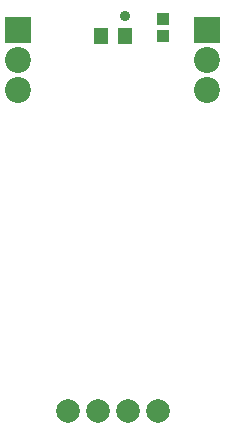
<source format=gbr>
%TF.GenerationSoftware,Altium Limited,Altium Designer,18.1.7 (191)*%
G04 Layer_Color=8388736*
%FSLAX42Y42*%
%MOMM*%
%TF.FileFunction,Soldermask,Top*%
%TF.Part,Single*%
G01*
G75*
%TA.AperFunction,SMDPad,CuDef*%
%ADD23R,1.20X1.45*%
%TA.AperFunction,ComponentPad*%
%ADD24C,2.00*%
%ADD25C,2.20*%
%ADD26R,2.20X2.20*%
%TA.AperFunction,ViaPad*%
%ADD27C,0.90*%
%TA.AperFunction,SMDPad,CuDef*%
%ADD28R,1.05X1.05*%
D23*
X-100Y4600D02*
D03*
X100D02*
D03*
D24*
X127Y1430D02*
D03*
X-127D02*
D03*
X-381D02*
D03*
X381D02*
D03*
D25*
X-800Y4146D02*
D03*
Y4400D02*
D03*
X800Y4146D02*
D03*
Y4400D02*
D03*
D26*
X-800Y4654D02*
D03*
X800D02*
D03*
D27*
X100Y4775D02*
D03*
D28*
X425Y4745D02*
D03*
Y4605D02*
D03*
%TF.MD5,258dda976a7eef4a268028238f966559*%
M02*

</source>
